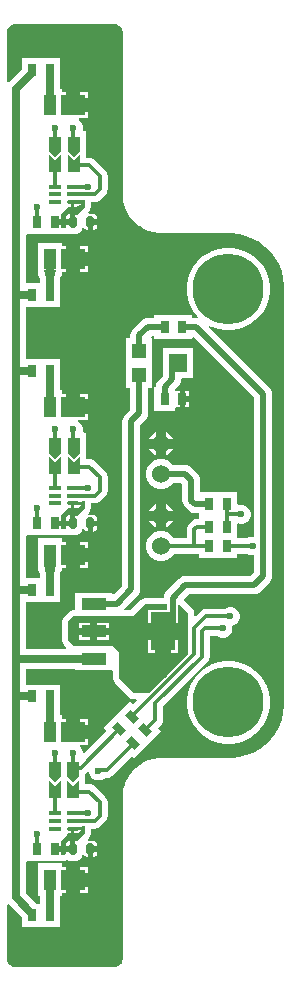
<source format=gtl>
G04*
<<<<<<< HEAD
G04 #@! TF.GenerationSoftware,Altium Limited,Altium Designer,24.2.2 (26)*
=======
G04 #@! TF.GenerationSoftware,Altium Limited,Altium Designer,25.1.2 (22)*
>>>>>>> 613e14270cc375eb23a491e7e857863a29f37ea3
G04*
G04 Layer_Physical_Order=1*
G04 Layer_Color=255*
%FSLAX43Y43*%
%MOMM*%
G71*
G04*
<<<<<<< HEAD
G04 #@! TF.SameCoordinates,18943E8E-3CEA-4A4F-804B-3BF1B2EDC90A*
=======
G04 #@! TF.SameCoordinates,424D808E-97C2-44CC-9905-EB33B72B0B61*
>>>>>>> 613e14270cc375eb23a491e7e857863a29f37ea3
G04*
G04*
G04 #@! TF.FilePolarity,Positive*
G04*
G01*
G75*
%ADD27R,0.700X1.000*%
%ADD28R,1.000X1.000*%
%ADD29R,2.060X1.800*%
%ADD30R,0.990X1.800*%
%ADD31R,1.500X1.600*%
%ADD32R,1.200X1.200*%
%ADD33R,2.150X3.300*%
%ADD34R,2.150X1.000*%
G04:AMPARAMS|DCode=35|XSize=0.7mm|YSize=1mm|CornerRadius=0.175mm|HoleSize=0mm|Usage=FLASHONLY|Rotation=180.000|XOffset=0mm|YOffset=0mm|HoleType=Round|Shape=RoundedRectangle|*
%AMROUNDEDRECTD35*
21,1,0.700,0.650,0,0,180.0*
21,1,0.350,1.000,0,0,180.0*
1,1,0.350,-0.175,0.325*
1,1,0.350,0.175,0.325*
1,1,0.350,0.175,-0.325*
1,1,0.350,-0.175,-0.325*
%
%ADD35ROUNDEDRECTD35*%
%ADD36R,1.000X0.400*%
%ADD37O,1.000X0.400*%
G04:AMPARAMS|DCode=38|XSize=0.7mm|YSize=1mm|CornerRadius=0mm|HoleSize=0mm|Usage=FLASHONLY|Rotation=225.000|XOffset=0mm|YOffset=0mm|HoleType=Round|Shape=Rectangle|*
%AMROTATEDRECTD38*
4,1,4,-0.106,0.601,0.601,-0.106,0.106,-0.601,-0.601,0.106,-0.106,0.601,0.0*
%
%ADD38ROTATEDRECTD38*%

%ADD39C,0.300*%
%ADD40C,0.500*%
%ADD41C,0.700*%
%ADD42C,1.524*%
%ADD43C,6.000*%
%ADD44C,0.600*%
G36*
X6469Y69388D02*
X5969Y68888D01*
X5469Y69388D01*
Y70588D01*
X6469D01*
Y69388D01*
D02*
G37*
G36*
X4818D02*
X4318Y68888D01*
X3818Y69388D01*
Y70588D01*
X4818D01*
Y69388D01*
D02*
G37*
G36*
Y67588D02*
X3818D01*
X3818Y69088D01*
X4318Y68588D01*
X4818Y69088D01*
Y67588D01*
D02*
G37*
G36*
X6469D02*
X5469D01*
Y69088D01*
X5969Y68588D01*
X6469Y69088D01*
Y67588D01*
D02*
G37*
G36*
X6858Y64624D02*
X6230Y63996D01*
X6146Y64051D01*
X6055Y64069D01*
Y63373D01*
X5825D01*
Y63143D01*
X5268D01*
Y63048D01*
X5281Y62979D01*
X5190Y62854D01*
X4875D01*
Y63143D01*
X4325D01*
Y63603D01*
X4875D01*
Y64038D01*
X5334Y64497D01*
Y64572D01*
X5459Y64669D01*
X5525Y64656D01*
X5695D01*
Y65064D01*
X5825D01*
Y65194D01*
X6565D01*
X6615Y65259D01*
X6858D01*
X6858Y64624D01*
D02*
G37*
G36*
X9523Y80123D02*
X9658Y80067D01*
X9780Y79985D01*
X9884Y79881D01*
X9965Y79759D01*
X10022Y79624D01*
X10050Y79480D01*
Y79406D01*
Y65706D01*
X10051Y65702D01*
X10050Y65698D01*
X10057Y65502D01*
X10060Y65489D01*
X10059Y65477D01*
X10110Y65088D01*
X10116Y65072D01*
X10117Y65055D01*
X10218Y64676D01*
X10226Y64661D01*
X10229Y64644D01*
X10379Y64282D01*
X10388Y64268D01*
X10394Y64252D01*
X10590Y63912D01*
X10601Y63900D01*
X10609Y63884D01*
X10847Y63573D01*
X10860Y63562D01*
X10869Y63548D01*
X11147Y63271D01*
X11161Y63261D01*
X11172Y63249D01*
X11483Y63010D01*
X11498Y63002D01*
X11511Y62991D01*
X11851Y62795D01*
X11867Y62790D01*
X11881Y62780D01*
X12243Y62630D01*
X12260Y62627D01*
X12275Y62619D01*
X12654Y62518D01*
X12671Y62517D01*
X12687Y62511D01*
X13076Y62460D01*
X13088Y62461D01*
X13101Y62458D01*
X13297Y62452D01*
X13301Y62452D01*
X13305Y62451D01*
X19316D01*
X19933Y62370D01*
X20534Y62209D01*
X21108Y61971D01*
X21647Y61660D01*
X22141Y61282D01*
X22580Y60842D01*
X22959Y60348D01*
X23270Y59810D01*
X23508Y59235D01*
X23669Y58634D01*
X23750Y58017D01*
Y57706D01*
Y22706D01*
Y22395D01*
X23669Y21779D01*
X23508Y21178D01*
X23270Y20603D01*
X22959Y20064D01*
X22580Y19571D01*
X22141Y19131D01*
X21647Y18752D01*
X21108Y18441D01*
X20534Y18203D01*
X19933Y18042D01*
X19316Y17961D01*
X13305D01*
X13301Y17960D01*
X13297Y17961D01*
X13101Y17955D01*
X13088Y17952D01*
X13076Y17953D01*
X12687Y17901D01*
X12671Y17896D01*
X12654Y17895D01*
X12275Y17793D01*
X12260Y17786D01*
X12243Y17783D01*
X11881Y17632D01*
X11867Y17623D01*
X11851Y17618D01*
X11511Y17421D01*
X11498Y17410D01*
X11483Y17403D01*
X11172Y17164D01*
X11161Y17151D01*
X11147Y17142D01*
X10869Y16865D01*
X10860Y16851D01*
X10847Y16840D01*
X10609Y16528D01*
X10601Y16513D01*
X10590Y16500D01*
X10394Y16161D01*
X10388Y16145D01*
X10379Y16131D01*
X10229Y15768D01*
X10226Y15752D01*
X10218Y15737D01*
X10117Y15358D01*
X10116Y15341D01*
X10110Y15325D01*
X10059Y14936D01*
X10060Y14923D01*
X10057Y14911D01*
X10050Y14715D01*
X10051Y14711D01*
X10050Y14706D01*
Y1006D01*
Y933D01*
X10022Y789D01*
X9965Y653D01*
X9884Y531D01*
X9780Y428D01*
X9658Y346D01*
X9523Y290D01*
X9379Y261D01*
X9305Y261D01*
X933D01*
X789Y290D01*
X653Y346D01*
X531Y428D01*
X428Y531D01*
X346Y653D01*
X290Y789D01*
X261Y933D01*
Y5584D01*
X388Y5627D01*
X410Y5599D01*
X1555Y4454D01*
Y3666D01*
X4755D01*
Y4610D01*
X4762Y4666D01*
Y6266D01*
X4900D01*
Y6566D01*
X5280D01*
Y7666D01*
Y8766D01*
X4900D01*
Y9066D01*
X2910D01*
Y6266D01*
X3048D01*
Y5666D01*
X2767D01*
X1873Y6560D01*
Y9226D01*
X1975Y9287D01*
X5175D01*
X5175Y9287D01*
X5221Y9299D01*
X5293Y9320D01*
X5366Y9335D01*
X5379Y9344D01*
X5474Y9304D01*
X5650Y9281D01*
X6000D01*
X6176Y9304D01*
X6340Y9372D01*
X6481Y9481D01*
X6590Y9622D01*
X6658Y9786D01*
X6658Y9787D01*
X6816D01*
X6880Y9692D01*
X7004Y9609D01*
X7095Y9591D01*
Y10287D01*
X7325D01*
Y10517D01*
X7882D01*
Y10612D01*
X7853Y10758D01*
X7770Y10882D01*
X7646Y10965D01*
X7500Y10994D01*
X7177D01*
X7135Y11059D01*
X7121Y11118D01*
X7218Y11216D01*
X7329Y11381D01*
X7368Y11576D01*
X7368Y12010D01*
X7713D01*
X7883Y12033D01*
X8041Y12098D01*
X8177Y12202D01*
X8592Y12617D01*
X8696Y12753D01*
X8761Y12911D01*
X8784Y13081D01*
Y14224D01*
X8761Y14394D01*
X8696Y14552D01*
X8592Y14688D01*
X7691Y15589D01*
X7555Y15693D01*
X7397Y15758D01*
X7227Y15781D01*
X6897D01*
Y16125D01*
X6887Y16174D01*
Y16376D01*
X6897Y16425D01*
Y16655D01*
X6971Y16711D01*
X7088Y16829D01*
X7206Y16767D01*
X7256Y16582D01*
X7361Y16400D01*
X7510Y16251D01*
X7692Y16146D01*
X7896Y16091D01*
X8106D01*
X8310Y16146D01*
X8492Y16251D01*
X8534Y16293D01*
X8693D01*
X8863Y16315D01*
X9021Y16381D01*
X9157Y16485D01*
X10826Y18154D01*
X11006Y17974D01*
X12066Y19034D01*
X13268Y20236D01*
X13025Y20480D01*
X13291Y20745D01*
X13395Y20881D01*
X13460Y21039D01*
X13483Y21209D01*
Y22334D01*
X17228Y26079D01*
X17332Y26215D01*
X17397Y26373D01*
X17420Y26543D01*
Y28300D01*
X18078D01*
X18233Y28211D01*
X18437Y28156D01*
X18647D01*
X18851Y28211D01*
X19033Y28316D01*
X19182Y28465D01*
X19287Y28647D01*
X19342Y28851D01*
Y29061D01*
X19310Y29180D01*
X19486Y29227D01*
X19668Y29332D01*
X19817Y29481D01*
X19922Y29663D01*
X19977Y29867D01*
Y30077D01*
X19922Y30281D01*
X19817Y30463D01*
X19668Y30612D01*
X19486Y30717D01*
X19282Y30772D01*
X19072D01*
X18868Y30717D01*
X18713Y30628D01*
X17145D01*
X16975Y30605D01*
X16817Y30540D01*
X16681Y30436D01*
X16248Y30002D01*
X16131Y30051D01*
Y30226D01*
X16092Y30421D01*
X15981Y30586D01*
X15237Y31331D01*
X15263Y31465D01*
X15680Y31883D01*
X21209D01*
X21405Y31908D01*
X21587Y31984D01*
X21744Y32104D01*
X22506Y32866D01*
X22626Y33023D01*
X22702Y33205D01*
X22727Y33401D01*
Y48768D01*
X22727Y48768D01*
X22702Y48964D01*
X22626Y49146D01*
X22506Y49303D01*
X22506Y49303D01*
X17309Y54500D01*
X17384Y54604D01*
X17662Y54463D01*
X18186Y54293D01*
X18730Y54206D01*
X19281D01*
X19825Y54293D01*
X20349Y54463D01*
X20840Y54713D01*
X21285Y55037D01*
X21675Y55426D01*
X21999Y55872D01*
X22249Y56363D01*
X22419Y56887D01*
X22505Y57431D01*
Y57982D01*
X22419Y58526D01*
X22249Y59050D01*
X21999Y59541D01*
X21675Y59986D01*
X21285Y60376D01*
X20840Y60700D01*
X20349Y60950D01*
X19825Y61120D01*
X19281Y61206D01*
X18730D01*
X18186Y61120D01*
X17662Y60950D01*
X17171Y60700D01*
X16725Y60376D01*
X16336Y59986D01*
X16012Y59541D01*
X15762Y59050D01*
X15591Y58526D01*
X15505Y57982D01*
Y57431D01*
X15591Y56887D01*
X15762Y56363D01*
X16012Y55872D01*
X16336Y55426D01*
X16415Y55347D01*
X16356Y55226D01*
X16256Y55239D01*
X15951D01*
Y55483D01*
X12751D01*
Y55239D01*
X12192D01*
X11996Y55214D01*
X11814Y55138D01*
X11657Y55018D01*
X10941Y54302D01*
X10821Y54145D01*
X10745Y53963D01*
X10720Y53767D01*
Y53535D01*
X10376D01*
Y51335D01*
Y49335D01*
X10720D01*
Y47476D01*
X10260Y47017D01*
X10140Y46860D01*
X10064Y46678D01*
X10039Y46482D01*
Y32571D01*
X9318Y31851D01*
X9191Y31903D01*
Y32002D01*
X6041D01*
Y30482D01*
X5842D01*
X5647Y30443D01*
X5482Y30332D01*
X5101Y29951D01*
X4990Y29786D01*
X4951Y29591D01*
Y27940D01*
X4990Y27745D01*
X5101Y27580D01*
X5303Y27377D01*
X5255Y27259D01*
X1873D01*
Y31206D01*
X4755D01*
Y32150D01*
X4762Y32206D01*
Y33546D01*
X4815Y33806D01*
X4900D01*
Y34106D01*
X5280D01*
Y35206D01*
Y36306D01*
X4900D01*
Y36606D01*
X2910D01*
Y34343D01*
X2903Y34309D01*
X2910Y34275D01*
Y33806D01*
X2995D01*
X3048Y33546D01*
Y33206D01*
X1873D01*
Y36785D01*
X1975Y36846D01*
X4826D01*
X4875Y36836D01*
X5177D01*
X5204Y36842D01*
X5232Y36839D01*
X5301Y36861D01*
X5372Y36875D01*
X5395Y36890D01*
X5403Y36893D01*
X5474Y36863D01*
X5650Y36840D01*
X6000D01*
X6176Y36863D01*
X6340Y36931D01*
X6481Y37040D01*
X6590Y37181D01*
X6658Y37345D01*
X6658Y37346D01*
X6816D01*
X6880Y37251D01*
X7004Y37168D01*
X7095Y37150D01*
Y37846D01*
X7325D01*
Y38076D01*
X7882D01*
Y38171D01*
X7853Y38317D01*
X7770Y38441D01*
X7646Y38524D01*
X7500Y38553D01*
X7196D01*
X7139Y38676D01*
X7218Y38756D01*
X7329Y38921D01*
X7368Y39116D01*
X7368Y39550D01*
X7713D01*
X7883Y39573D01*
X8041Y39638D01*
X8177Y39742D01*
X8592Y40157D01*
X8696Y40293D01*
X8761Y40451D01*
X8784Y40621D01*
Y41764D01*
X8761Y41934D01*
X8696Y42092D01*
X8592Y42228D01*
X7691Y43129D01*
X7555Y43233D01*
X7397Y43298D01*
X7227Y43321D01*
X6979D01*
Y43545D01*
X6969Y43594D01*
Y43796D01*
X6979Y43845D01*
Y45045D01*
X6969Y45094D01*
Y45545D01*
X6744D01*
X6666Y45646D01*
X6683Y45710D01*
Y45920D01*
X6629Y46124D01*
X6524Y46306D01*
X6375Y46455D01*
X6264Y46519D01*
X6298Y46646D01*
X7110D01*
Y47146D01*
X5880D01*
Y47746D01*
X5280D01*
Y48846D01*
X4900D01*
Y49146D01*
X4762D01*
Y50746D01*
X4755Y50802D01*
Y51746D01*
X1873D01*
Y56206D01*
X4755D01*
Y57150D01*
X4762Y57206D01*
Y58546D01*
X4815Y58806D01*
X4900D01*
Y59106D01*
X5280D01*
Y60206D01*
Y61306D01*
X4900D01*
Y61606D01*
X2910D01*
Y59343D01*
X2903Y59309D01*
X2910Y59275D01*
Y58806D01*
X2995D01*
X3048Y58546D01*
Y58206D01*
X1873D01*
Y62312D01*
X1975Y62373D01*
X4730D01*
X4875Y62344D01*
X5190D01*
X5228Y62352D01*
X5267Y62350D01*
X5325Y62371D01*
X5385Y62383D01*
X5417Y62405D01*
X5429Y62409D01*
X5474Y62390D01*
X5650Y62367D01*
X6000D01*
X6176Y62390D01*
X6340Y62458D01*
X6481Y62567D01*
X6590Y62708D01*
X6658Y62872D01*
X6658Y62873D01*
X6816D01*
X6880Y62778D01*
X7004Y62695D01*
X7095Y62677D01*
Y63373D01*
X7325D01*
Y63603D01*
X7882D01*
Y63698D01*
X7853Y63844D01*
X7770Y63968D01*
X7646Y64051D01*
X7500Y64080D01*
X7215D01*
X7162Y64207D01*
X7218Y64264D01*
X7329Y64429D01*
X7368Y64624D01*
X7368Y65058D01*
X7713D01*
X7883Y65081D01*
X8041Y65146D01*
X8177Y65250D01*
X8592Y65665D01*
X8696Y65801D01*
X8761Y65959D01*
X8784Y66129D01*
Y67272D01*
X8761Y67442D01*
X8696Y67600D01*
X8592Y67736D01*
X7691Y68637D01*
X7555Y68741D01*
X7397Y68806D01*
X7227Y68829D01*
X6979D01*
Y69088D01*
X6969Y69137D01*
Y69339D01*
X6979Y69388D01*
Y70588D01*
X6969Y70637D01*
Y71088D01*
X6744D01*
X6666Y71189D01*
X6683Y71253D01*
Y71463D01*
X6629Y71667D01*
X6524Y71849D01*
X6375Y71998D01*
X6325Y72027D01*
X6359Y72154D01*
X7110D01*
Y72654D01*
X5880D01*
Y73254D01*
X5280D01*
Y74354D01*
X4900D01*
Y74654D01*
X4762D01*
Y76254D01*
X4755Y76310D01*
Y77254D01*
X1555D01*
Y76362D01*
X410Y75217D01*
X388Y75189D01*
X261Y75232D01*
Y79480D01*
X290Y79624D01*
X346Y79759D01*
X428Y79881D01*
X531Y79985D01*
X653Y80067D01*
X789Y80123D01*
X933Y80151D01*
X9379D01*
X9523Y80123D01*
D02*
G37*
G36*
X4255Y58609D02*
X3555D01*
X3413Y59309D01*
X4397D01*
X4255Y58609D01*
D02*
G37*
G36*
X6469Y43845D02*
X5969Y43345D01*
X5469Y43845D01*
Y45045D01*
X6469D01*
Y43845D01*
D02*
G37*
G36*
X4818D02*
X4318Y43345D01*
X3818Y43845D01*
Y45045D01*
X4818D01*
Y43845D01*
D02*
G37*
G36*
X6469Y42045D02*
X5469Y42045D01*
X5469Y43545D01*
X5969Y43045D01*
X6469Y43545D01*
Y42045D01*
D02*
G37*
G36*
X4818D02*
X3818Y42045D01*
X3818Y43545D01*
X4318Y43045D01*
X4818Y43545D01*
Y42045D01*
D02*
G37*
G36*
X6858Y39116D02*
X6218Y38476D01*
X6146Y38524D01*
X6055Y38542D01*
Y37846D01*
X5825D01*
Y37616D01*
X5268D01*
Y37521D01*
X5278Y37471D01*
X5177Y37346D01*
X4875D01*
Y37616D01*
X4325D01*
Y38076D01*
X4875D01*
Y38530D01*
X5334Y38989D01*
Y39064D01*
X5459Y39161D01*
X5525Y39148D01*
X5695D01*
Y39556D01*
X5825D01*
Y39686D01*
X6565D01*
X6615Y39751D01*
X6858D01*
X6858Y39116D01*
D02*
G37*
G36*
X3024Y38889D02*
X3013Y38874D01*
X3004Y38857D01*
X2997Y38837D01*
X2990Y38816D01*
X2985Y38792D01*
X2980Y38767D01*
X2977Y38739D01*
X2975Y38676D01*
X2675D01*
X2674Y38708D01*
X2670Y38767D01*
X2665Y38792D01*
X2660Y38816D01*
X2653Y38837D01*
X2646Y38857D01*
X2637Y38874D01*
X2626Y38889D01*
X2615Y38902D01*
X3035D01*
X3024Y38889D01*
D02*
G37*
G36*
X2977Y38586D02*
X2981Y38535D01*
X2989Y38490D01*
X2999Y38451D01*
X3013Y38418D01*
X3029Y38391D01*
X3049Y38370D01*
X3071Y38355D01*
X3096Y38346D01*
X3125Y38343D01*
X2525D01*
X2553Y38346D01*
X2579Y38355D01*
X2602Y38370D01*
X2621Y38391D01*
X2638Y38418D01*
X2651Y38451D01*
X2661Y38490D01*
X2669Y38535D01*
X2674Y38586D01*
X2675Y38643D01*
X2975D01*
X2977Y38586D01*
D02*
G37*
G36*
X12751Y53483D02*
X15951D01*
Y53552D01*
X16068Y53601D01*
X21215Y48455D01*
Y36762D01*
X21187Y36741D01*
X20977D01*
X20773Y36686D01*
X20618Y36597D01*
X19742D01*
Y37761D01*
X19869Y37845D01*
X20007Y37808D01*
X20217D01*
X20421Y37863D01*
X20603Y37968D01*
X20752Y38117D01*
X20857Y38299D01*
X20912Y38503D01*
Y38713D01*
X20857Y38917D01*
X20752Y39099D01*
X20603Y39248D01*
X20421Y39353D01*
X20217Y39408D01*
X20007D01*
X19876Y39373D01*
X19749Y39460D01*
Y40497D01*
X16631D01*
Y41529D01*
X16631Y41529D01*
X16606Y41725D01*
X16530Y41907D01*
X16410Y42064D01*
X16410Y42064D01*
X15885Y42589D01*
X15728Y42709D01*
X15546Y42785D01*
X15350Y42811D01*
X14316D01*
X14306Y42829D01*
X14071Y43064D01*
X13783Y43230D01*
X13462Y43316D01*
X13130D01*
X12809Y43230D01*
X12521Y43064D01*
X12286Y42829D01*
X12120Y42541D01*
X12034Y42220D01*
Y41888D01*
X12120Y41567D01*
X12286Y41279D01*
X12521Y41044D01*
X12809Y40878D01*
X13130Y40792D01*
X13462D01*
X13783Y40878D01*
X14071Y41044D01*
X14306Y41279D01*
X14316Y41298D01*
X15037D01*
X15119Y41216D01*
Y39790D01*
X15144Y39594D01*
X15220Y39412D01*
X15340Y39255D01*
X15633Y38962D01*
X15790Y38842D01*
X15972Y38766D01*
X16168Y38741D01*
X16549D01*
Y38584D01*
X16542D01*
Y38240D01*
X16375D01*
X16205Y38217D01*
X16047Y38152D01*
X15911Y38048D01*
X15665Y37802D01*
X15561Y37666D01*
X15496Y37508D01*
X15473Y37338D01*
Y36614D01*
X14375D01*
X14306Y36733D01*
X14071Y36968D01*
X13783Y37134D01*
X13462Y37220D01*
X13130D01*
X12809Y37134D01*
X12521Y36968D01*
X12286Y36733D01*
X12120Y36445D01*
X12034Y36124D01*
Y35792D01*
X12120Y35471D01*
X12286Y35183D01*
X12521Y34948D01*
X12809Y34782D01*
X13130Y34696D01*
X13462D01*
X13783Y34782D01*
X14071Y34948D01*
X14306Y35183D01*
X14375Y35302D01*
X16542D01*
Y34933D01*
X19742D01*
Y35285D01*
X20618D01*
X20773Y35196D01*
X20977Y35141D01*
X21187D01*
X21215Y35120D01*
Y33714D01*
X20896Y33395D01*
X15367D01*
X15171Y33370D01*
X14989Y33294D01*
X14832Y33174D01*
X13756Y32098D01*
X13636Y31941D01*
X13560Y31759D01*
X13535Y31563D01*
Y31498D01*
X11938D01*
X11743Y31459D01*
X11578Y31348D01*
X10711Y30482D01*
X10255D01*
X10206Y30599D01*
X11330Y31723D01*
X11330Y31723D01*
X11450Y31880D01*
X11526Y32062D01*
X11551Y32258D01*
X11551Y32258D01*
Y46169D01*
X12011Y46628D01*
X12011Y46628D01*
X12131Y46785D01*
X12207Y46967D01*
X12232Y47163D01*
Y49335D01*
X12576D01*
Y51335D01*
Y53535D01*
X12521D01*
X12467Y53657D01*
X12523Y53727D01*
X12751D01*
Y53483D01*
D02*
G37*
G36*
X4255Y33609D02*
X3555D01*
X3413Y34309D01*
X4397D01*
X4255Y33609D01*
D02*
G37*
G36*
X13832Y30552D02*
X12191D01*
Y29402D01*
X13466D01*
X14741D01*
Y29483D01*
X14750Y29527D01*
Y30945D01*
X14877Y30970D01*
X15621Y30226D01*
Y26794D01*
X12322Y23495D01*
X10986D01*
X9779Y24701D01*
Y26924D01*
X9271Y27432D01*
X5969D01*
X5461Y27940D01*
Y29591D01*
X5842Y29972D01*
X10922D01*
X11938Y30988D01*
X13832D01*
Y30552D01*
D02*
G37*
G36*
X6041Y25402D02*
X9191D01*
X9269Y25307D01*
Y24701D01*
X9308Y24506D01*
X9419Y24341D01*
X10625Y23135D01*
X10790Y23024D01*
X10986Y22985D01*
X11224D01*
X11273Y22868D01*
X10955Y22550D01*
X10711Y22793D01*
X9509Y21591D01*
X8449Y20531D01*
X8692Y20287D01*
X6814Y18410D01*
X6687Y18462D01*
Y18500D01*
X6633Y18704D01*
X6528Y18886D01*
X6435Y18979D01*
X6487Y19106D01*
X7110D01*
Y19606D01*
X5880D01*
Y20206D01*
X5280D01*
Y21306D01*
X4900D01*
Y21606D01*
X4762D01*
Y23206D01*
X4755Y23262D01*
Y24206D01*
X1873D01*
Y25545D01*
X6041D01*
Y25402D01*
D02*
G37*
G36*
X4818Y16425D02*
X4318Y15925D01*
X3818Y16425D01*
Y17625D01*
X4818D01*
Y16425D01*
D02*
G37*
G36*
X6387Y16425D02*
X5887Y15925D01*
X5387Y16425D01*
Y17625D01*
X6387Y17625D01*
X6387Y16425D01*
D02*
G37*
G36*
Y14625D02*
X5387D01*
Y16125D01*
X5887Y15625D01*
X6387Y16125D01*
Y14625D01*
D02*
G37*
G36*
X4818Y14625D02*
X3818Y14625D01*
Y16125D01*
X4318Y15625D01*
X4818Y16125D01*
X4818Y14625D01*
D02*
G37*
G36*
X6858Y11576D02*
X6207Y10925D01*
X6146Y10965D01*
X6055Y10983D01*
Y10287D01*
X5825D01*
Y10057D01*
X5268D01*
Y9962D01*
X5274Y9931D01*
X5171Y9806D01*
X4875D01*
Y10057D01*
X4325D01*
Y10517D01*
X4875D01*
Y10987D01*
X4875Y10987D01*
X4875D01*
X4957Y11072D01*
X5334Y11449D01*
Y11524D01*
X5459Y11621D01*
X5525Y11608D01*
X5695D01*
Y12016D01*
X5825D01*
Y12146D01*
X6565D01*
X6615Y12211D01*
X6858D01*
X6858Y11576D01*
D02*
G37*
%LPC*%
G36*
X6507Y64934D02*
X5955D01*
Y64656D01*
X6125D01*
X6281Y64687D01*
X6413Y64776D01*
X6502Y64908D01*
X6507Y64934D01*
D02*
G37*
G36*
X5595Y64069D02*
X5504Y64051D01*
X5380Y63968D01*
X5297Y63844D01*
X5268Y63698D01*
Y63603D01*
X5595D01*
Y64069D01*
D02*
G37*
G36*
X7110Y74354D02*
X6480D01*
Y73854D01*
X7110D01*
Y74354D01*
D02*
G37*
G36*
X7882Y63143D02*
X7555D01*
Y62677D01*
X7646Y62695D01*
X7770Y62778D01*
X7853Y62902D01*
X7882Y63048D01*
Y63143D01*
D02*
G37*
G36*
X7110Y61306D02*
X6480D01*
Y60806D01*
X7110D01*
Y61306D01*
D02*
G37*
G36*
Y59606D02*
X6480D01*
Y59106D01*
X7110D01*
Y59606D01*
D02*
G37*
G36*
Y48846D02*
X6480D01*
Y48346D01*
X7110D01*
Y48846D01*
D02*
G37*
G36*
X7882Y37616D02*
X7555D01*
Y37150D01*
X7646Y37168D01*
X7770Y37251D01*
X7853Y37375D01*
X7882Y37521D01*
Y37616D01*
D02*
G37*
G36*
X7110Y36306D02*
X6480D01*
Y35806D01*
X7110D01*
Y36306D01*
D02*
G37*
G36*
Y34606D02*
X6480D01*
Y34106D01*
X7110D01*
Y34606D01*
D02*
G37*
G36*
X19281Y26206D02*
X18730D01*
X18186Y26120D01*
X17662Y25950D01*
X17171Y25700D01*
X16725Y25376D01*
X16336Y24986D01*
X16012Y24541D01*
X15762Y24050D01*
X15591Y23526D01*
X15505Y22982D01*
Y22431D01*
X15591Y21887D01*
X15762Y21363D01*
X16012Y20872D01*
X16336Y20426D01*
X16725Y20037D01*
X17171Y19713D01*
X17662Y19463D01*
X18186Y19293D01*
X18730Y19206D01*
X19281D01*
X19825Y19293D01*
X20349Y19463D01*
X20840Y19713D01*
X21285Y20037D01*
X21675Y20426D01*
X21999Y20872D01*
X22249Y21363D01*
X22419Y21887D01*
X22505Y22431D01*
Y22982D01*
X22419Y23526D01*
X22249Y24050D01*
X21999Y24541D01*
X21675Y24986D01*
X21285Y25376D01*
X20840Y25700D01*
X20349Y25950D01*
X19825Y26120D01*
X19281Y26206D01*
D02*
G37*
G36*
X7882Y10057D02*
X7555D01*
Y9591D01*
X7646Y9609D01*
X7770Y9692D01*
X7853Y9816D01*
X7882Y9962D01*
Y10057D01*
D02*
G37*
G36*
X7110Y8766D02*
X6480D01*
Y8266D01*
X7110D01*
Y8766D01*
D02*
G37*
G36*
Y7066D02*
X6480D01*
Y6566D01*
X7110D01*
Y7066D01*
D02*
G37*
G36*
X6507Y39426D02*
X5955D01*
Y39148D01*
X6125D01*
X6281Y39179D01*
X6413Y39268D01*
X6502Y39400D01*
X6507Y39426D01*
D02*
G37*
G36*
X5595Y38542D02*
X5504Y38524D01*
X5380Y38441D01*
X5297Y38317D01*
X5268Y38171D01*
Y38076D01*
X5595D01*
Y38542D01*
D02*
G37*
G36*
X15331Y49087D02*
Y48617D01*
X15651D01*
Y49087D01*
X15331D01*
D02*
G37*
G36*
X15651Y48157D02*
X15331D01*
Y47687D01*
X15651D01*
Y48157D01*
D02*
G37*
G36*
X15976Y52735D02*
X13476D01*
Y50984D01*
X13470Y50935D01*
Y50353D01*
X13066Y49950D01*
X12946Y49793D01*
X12870Y49611D01*
X12845Y49415D01*
Y49387D01*
X12751D01*
Y47387D01*
X14451D01*
Y47622D01*
X14551Y47687D01*
X14578Y47687D01*
X14871D01*
Y48387D01*
Y49087D01*
X14578D01*
X14551Y49087D01*
X14530Y49101D01*
X14515Y49260D01*
X14761Y49505D01*
X14881Y49662D01*
X14957Y49844D01*
X14982Y50040D01*
X15063Y50135D01*
X15976D01*
Y52735D01*
D02*
G37*
G36*
X13696Y45586D02*
Y44994D01*
X14288D01*
X14285Y45004D01*
X14146Y45246D01*
X13948Y45444D01*
X13706Y45584D01*
X13696Y45586D01*
D02*
G37*
G36*
X12896D02*
X12886Y45584D01*
X12644Y45444D01*
X12446Y45246D01*
X12306Y45004D01*
X12304Y44994D01*
X12896D01*
Y45586D01*
D02*
G37*
G36*
X14288Y44194D02*
X13696D01*
Y43602D01*
X13706Y43604D01*
X13948Y43744D01*
X14146Y43942D01*
X14285Y44184D01*
X14288Y44194D01*
D02*
G37*
G36*
X12896D02*
X12304D01*
X12306Y44184D01*
X12446Y43942D01*
X12644Y43744D01*
X12886Y43604D01*
X12896Y43602D01*
Y44194D01*
D02*
G37*
G36*
X13696Y39490D02*
Y38898D01*
X14288D01*
X14285Y38908D01*
X14146Y39150D01*
X13948Y39348D01*
X13706Y39488D01*
X13696Y39490D01*
D02*
G37*
G36*
X12896D02*
X12886Y39488D01*
X12644Y39348D01*
X12446Y39150D01*
X12306Y38908D01*
X12304Y38898D01*
X12896D01*
Y39490D01*
D02*
G37*
G36*
X14288Y38098D02*
X13696D01*
Y37506D01*
X13706Y37508D01*
X13948Y37648D01*
X14146Y37846D01*
X14285Y38088D01*
X14288Y38098D01*
D02*
G37*
G36*
X12896D02*
X12304D01*
X12306Y38088D01*
X12446Y37846D01*
X12644Y37648D01*
X12886Y37508D01*
X12896Y37506D01*
Y38098D01*
D02*
G37*
G36*
X8891Y29402D02*
X7916D01*
Y29002D01*
X8891D01*
Y29402D01*
D02*
G37*
G36*
X7316D02*
X6341D01*
Y29002D01*
X7316D01*
Y29402D01*
D02*
G37*
G36*
X8891Y28402D02*
X7916D01*
Y28002D01*
X8891D01*
Y28402D01*
D02*
G37*
G36*
X7316D02*
X6341D01*
Y28002D01*
X7316D01*
Y28402D01*
D02*
G37*
G36*
X14741Y28002D02*
X14166D01*
Y26852D01*
X14741D01*
Y28002D01*
D02*
G37*
G36*
X12766D02*
X12191D01*
Y26852D01*
X12766D01*
Y28002D01*
D02*
G37*
G36*
X7110Y21306D02*
X6480D01*
Y20806D01*
X7110D01*
Y21306D01*
D02*
G37*
G36*
X6507Y11886D02*
X5955D01*
Y11608D01*
X6125D01*
X6281Y11639D01*
X6413Y11728D01*
X6502Y11860D01*
X6507Y11886D01*
D02*
G37*
G36*
X5595Y10983D02*
X5504Y10965D01*
X5380Y10882D01*
X5297Y10758D01*
X5268Y10612D01*
Y10517D01*
X5595D01*
Y10983D01*
D02*
G37*
%LPD*%
D27*
X15101Y54483D02*
D03*
X13601D02*
D03*
Y48387D02*
D03*
X15101D02*
D03*
X2405Y76254D02*
D03*
X3905D02*
D03*
X17399Y39497D02*
D03*
X18899D02*
D03*
X17392Y37584D02*
D03*
X18892D02*
D03*
X18892Y35933D02*
D03*
X17392D02*
D03*
X3905Y4666D02*
D03*
X2405D02*
D03*
X2825Y10287D02*
D03*
X4325D02*
D03*
X3905Y23206D02*
D03*
X2405D02*
D03*
X3905Y32206D02*
D03*
X2405D02*
D03*
X3905Y50746D02*
D03*
X2405D02*
D03*
X2825Y37846D02*
D03*
X4325D02*
D03*
X3905Y57206D02*
D03*
X2405D02*
D03*
X2825Y63373D02*
D03*
X4325D02*
D03*
D28*
X4318Y42545D02*
D03*
X4318Y44545D02*
D03*
X5969Y42545D02*
D03*
X5969Y44545D02*
D03*
X4318Y15125D02*
D03*
X4318Y17125D02*
D03*
X5969Y68088D02*
D03*
X5969Y70088D02*
D03*
X4318Y68088D02*
D03*
X4318Y70088D02*
D03*
X5887Y15125D02*
D03*
X5887Y17125D02*
D03*
D29*
X5880Y73254D02*
D03*
Y7666D02*
D03*
Y20206D02*
D03*
Y35206D02*
D03*
Y47746D02*
D03*
Y60206D02*
D03*
D30*
X3905Y73254D02*
D03*
Y7666D02*
D03*
Y20206D02*
D03*
Y35206D02*
D03*
Y47746D02*
D03*
Y60206D02*
D03*
D31*
X14726Y51435D02*
D03*
D32*
X11476Y50435D02*
D03*
Y52435D02*
D03*
D33*
X13466Y28702D02*
D03*
D34*
X7616Y26402D02*
D03*
X7616Y28702D02*
D03*
X7616Y31002D02*
D03*
D35*
X5825Y10287D02*
D03*
X7325D02*
D03*
X5825Y37846D02*
D03*
X7325D02*
D03*
X5825Y63373D02*
D03*
X7325D02*
D03*
D36*
X4325Y13316D02*
D03*
Y12666D02*
D03*
Y12016D02*
D03*
X5825Y13316D02*
D03*
Y12666D02*
D03*
X4325Y40856D02*
D03*
Y40206D02*
D03*
Y39556D02*
D03*
X5825Y40856D02*
D03*
Y40206D02*
D03*
X4325Y66364D02*
D03*
Y65714D02*
D03*
Y65064D02*
D03*
X5825Y66364D02*
D03*
Y65714D02*
D03*
D37*
Y12016D02*
D03*
Y39556D02*
D03*
Y65064D02*
D03*
D38*
X10900Y19282D02*
D03*
X11960Y20342D02*
D03*
X9757Y20425D02*
D03*
X10817Y21485D02*
D03*
D39*
X12052Y20434D02*
X12827Y21209D01*
Y22606D02*
X16764Y26543D01*
X12827Y21209D02*
Y22606D01*
X16764Y26543D02*
Y28702D01*
X17018Y28956D02*
X18542D01*
X16764Y28702D02*
X17018Y28956D01*
X10678Y21346D02*
X16129Y26797D01*
Y28956D01*
X8058Y16948D02*
X8693D01*
X10926Y19181D01*
X5937Y17175D02*
X6507D01*
X5887Y17125D02*
X5937Y17175D01*
X6507D02*
X9757Y20425D01*
X5883Y70088D02*
Y71358D01*
X5883Y44545D02*
Y45815D01*
X4318Y17125D02*
Y18391D01*
X4322Y18395D01*
X4318Y13323D02*
Y15125D01*
Y13323D02*
X4325Y13316D01*
X8001Y16891D02*
X8058Y16948D01*
X4318Y70088D02*
Y71358D01*
X4318Y44545D02*
Y45815D01*
X5825Y13316D02*
X7095D01*
X7713Y12666D02*
X8128Y13081D01*
X5825Y12666D02*
X7713D01*
X18900Y35941D02*
X21082D01*
X18892Y35933D02*
X18900Y35941D01*
X16129Y28956D02*
X17145Y29972D01*
X19177D01*
X18896Y38608D02*
X20112D01*
X18896Y37588D02*
Y38608D01*
Y39493D01*
X5887Y17125D02*
Y18395D01*
X18892Y37584D02*
X18896Y37588D01*
Y39493D02*
X18899Y39497D01*
X16129Y35958D02*
X17367D01*
X13296D02*
X16129D01*
Y37338D01*
X16375Y37584D01*
X17392D01*
X17367Y35958D02*
X17392Y35933D01*
X2825Y63373D02*
Y64643D01*
X5887Y68173D02*
X7227D01*
X8128Y67272D01*
Y66129D02*
Y67272D01*
X5825Y65714D02*
X7713D01*
X8128Y66129D01*
X5887Y42665D02*
X7227D01*
X8128Y41764D01*
Y40621D02*
Y41764D01*
X5825Y40206D02*
X7713D01*
X8128Y40621D01*
Y13081D02*
Y14224D01*
X7227Y15125D02*
X8128Y14224D01*
X5887Y15125D02*
X7227D01*
X7325Y10325D02*
X8595D01*
X4325Y40856D02*
Y42580D01*
X5825Y40856D02*
X7095D01*
X7325Y37865D02*
X8595D01*
X7325Y63373D02*
X8595D01*
X5825Y66364D02*
X7095D01*
X4325D02*
Y68088D01*
X4318D02*
X4325D01*
X2825Y37846D02*
Y39116D01*
Y10287D02*
Y11557D01*
X4318Y40863D02*
X4325Y40856D01*
D40*
X21209Y32639D02*
X21971Y33401D01*
X15367Y32639D02*
X21209D01*
X21971Y33401D02*
Y48768D01*
X16256Y54483D02*
X21971Y48768D01*
X15101Y54483D02*
X16256D01*
X13466Y28702D02*
X14291Y29527D01*
Y31563D01*
X15367Y32639D01*
X15875Y39790D02*
X16168Y39497D01*
X17399D01*
X15875Y39790D02*
Y41529D01*
X15350Y42054D02*
X15875Y41529D01*
X13296Y42054D02*
X15350D01*
X14226Y50040D02*
Y50935D01*
X14726Y51435D01*
X13601Y49415D02*
X14226Y50040D01*
X13601Y48387D02*
Y49415D01*
X15101Y48387D02*
X16421D01*
X11476Y53767D02*
X12192Y54483D01*
X13601D01*
X11476Y52435D02*
Y53767D01*
X10795Y46482D02*
X11476Y47163D01*
Y50435D01*
X10795Y32258D02*
Y46482D01*
X9539Y31002D02*
X10795Y32258D01*
X7616Y31002D02*
X9539D01*
D41*
X2405Y76000D02*
Y76104D01*
X1016Y57277D02*
Y74611D01*
X2405Y76000D01*
X1016Y26289D02*
Y32131D01*
Y23114D02*
Y26289D01*
X1129Y26402D01*
X7616D01*
X5880Y73254D02*
X7785D01*
X5880Y60206D02*
X7785D01*
X5880Y35206D02*
X7785D01*
X5880Y20206D02*
X7785D01*
X5880Y7666D02*
X7785D01*
X1016Y6205D02*
Y23114D01*
X1108Y23206D01*
X2405D01*
X1016Y32131D02*
Y50546D01*
Y32131D02*
X1091Y32206D01*
X2405D01*
X1016Y50546D02*
Y57277D01*
X1197Y50746D02*
X2405D01*
X1087Y57206D02*
X2405D01*
X1016Y57277D02*
X1087Y57206D01*
X2405Y4666D02*
Y4816D01*
X1016Y6205D02*
X2405Y4816D01*
X3905Y73254D02*
Y76254D01*
Y4666D02*
Y7666D01*
Y20206D02*
Y23206D01*
Y57206D02*
Y60206D01*
Y47746D02*
Y50746D01*
Y32206D02*
Y35206D01*
D42*
X13296Y42054D02*
D03*
X13296Y44594D02*
D03*
Y35958D02*
D03*
Y38498D02*
D03*
D43*
X19005Y57706D02*
D03*
Y22706D02*
D03*
D44*
X13574Y25055D02*
D03*
X8001Y16891D02*
D03*
X4318Y71358D02*
D03*
X4318Y45815D02*
D03*
X4322Y18395D02*
D03*
X7095Y13316D02*
D03*
X21082Y35941D02*
D03*
X18542Y28956D02*
D03*
X19177Y29972D02*
D03*
X20112Y38608D02*
D03*
X11875Y24850D02*
D03*
X12827Y25908D02*
D03*
X5883Y45815D02*
D03*
X5883Y71358D02*
D03*
X5887Y18395D02*
D03*
X16421Y48387D02*
D03*
X7785Y73254D02*
D03*
Y60206D02*
D03*
Y35206D02*
D03*
Y20206D02*
D03*
Y7666D02*
D03*
X2825Y64643D02*
D03*
X8595Y10325D02*
D03*
X7095Y40856D02*
D03*
X8595Y37865D02*
D03*
Y63373D02*
D03*
X7095Y66364D02*
D03*
X2825Y11557D02*
D03*
Y39116D02*
D03*
M02*

</source>
